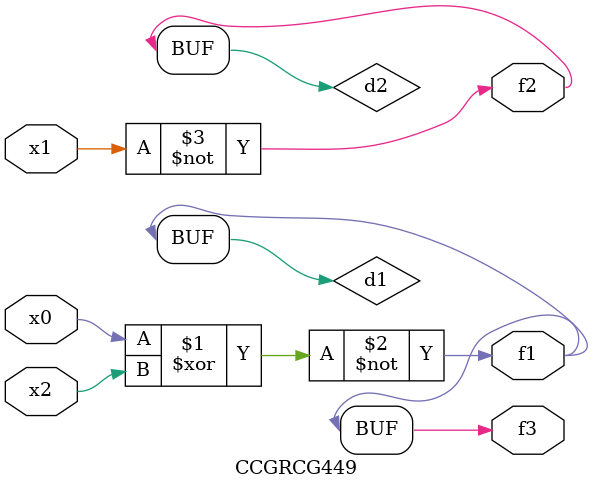
<source format=v>
module CCGRCG449(
	input x0, x1, x2,
	output f1, f2, f3
);

	wire d1, d2, d3;

	xnor (d1, x0, x2);
	nand (d2, x1);
	nor (d3, x1, x2);
	assign f1 = d1;
	assign f2 = d2;
	assign f3 = d1;
endmodule

</source>
